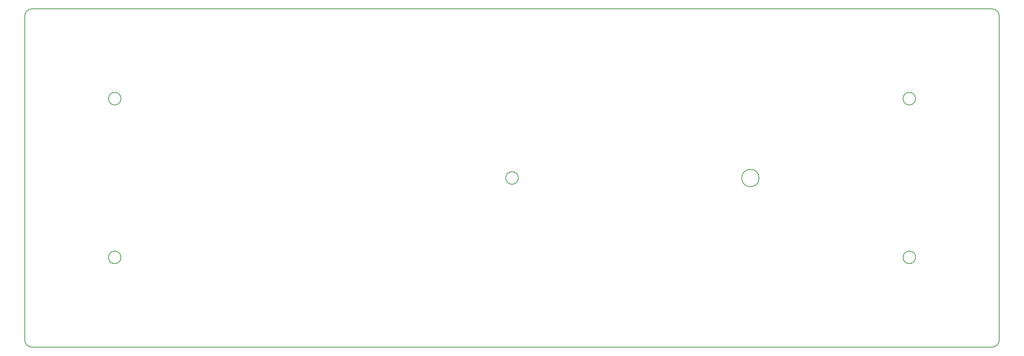
<source format=gts>
G04 #@! TF.GenerationSoftware,KiCad,Pcbnew,5.0.1*
G04 #@! TF.CreationDate,2019-02-20T21:52:55-03:00*
G04 #@! TF.ProjectId,fullGrid,66756C6C477269642E6B696361645F70,V3.0.7*
G04 #@! TF.SameCoordinates,Original*
G04 #@! TF.FileFunction,Soldermask,Top*
G04 #@! TF.FilePolarity,Negative*
%FSLAX46Y46*%
G04 Gerber Fmt 4.6, Leading zero omitted, Abs format (unit mm)*
G04 Created by KiCad (PCBNEW 5.0.1) date Wed 20 Feb 2019 09:52:55 PM -03*
%MOMM*%
%LPD*%
G01*
G04 APERTURE LIST*
%ADD10C,0.150000*%
G04 APERTURE END LIST*
D10*
X207541125Y-102743000D02*
G75*
G03X207541125Y-102743000I-2078125J0D01*
G01*
X149963000Y-102743000D02*
G75*
G03X149963000Y-102743000I-1500000J0D01*
G01*
X244963000Y-83743000D02*
G75*
G03X244963000Y-83743000I-1500000J0D01*
G01*
X244963000Y-121743000D02*
G75*
G03X244963000Y-121743000I-1500000J0D01*
G01*
X54963000Y-121743000D02*
G75*
G03X54963000Y-121743000I-1500000J0D01*
G01*
X54963000Y-83743000D02*
G75*
G03X54963000Y-83743000I-1500000J0D01*
G01*
X31939170Y-64000682D02*
G75*
G02X33720426Y-62219426I1781256J0D01*
G01*
X31939170Y-64000682D02*
X31939170Y-141485318D01*
X33720426Y-143266574D02*
G75*
G02X31939170Y-141485318I0J1781256D01*
G01*
X264986830Y-141485318D02*
X264986830Y-64000682D01*
X264986830Y-141485318D02*
G75*
G02X263205574Y-143266574I-1781256J0D01*
G01*
X263205574Y-62219426D02*
G75*
G02X264986830Y-64000682I0J-1781256D01*
G01*
X33720426Y-143266574D02*
X263205574Y-143266574D01*
X33720426Y-62219426D02*
X263205574Y-62219426D01*
M02*

</source>
